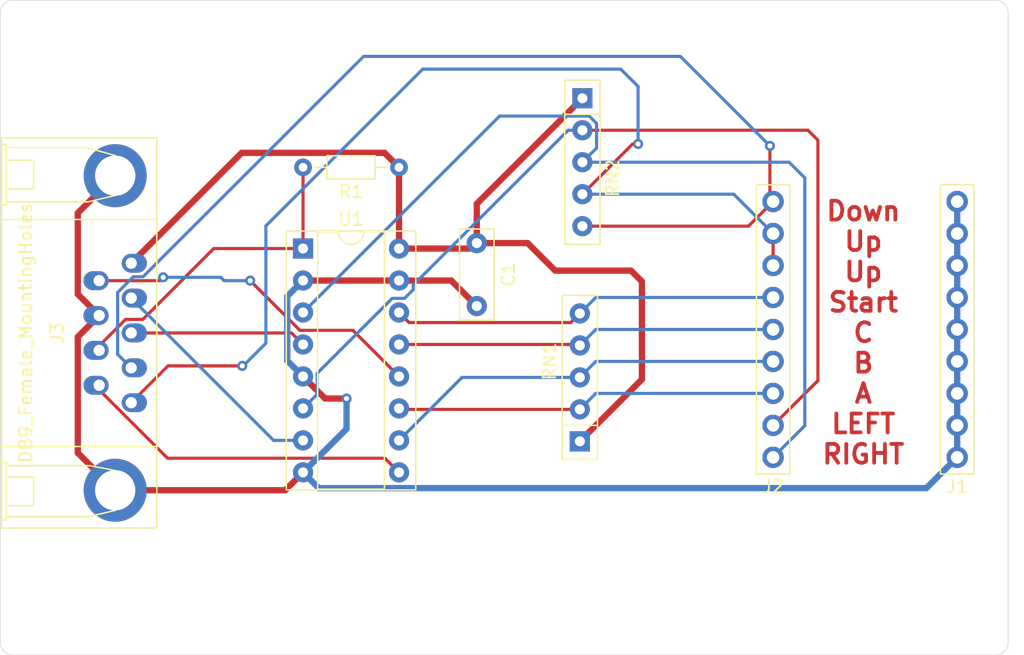
<source format=kicad_pcb>
(kicad_pcb (version 20171130) (host pcbnew 5.1.9-73d0e3b20d~88~ubuntu20.10.1)

  (general
    (thickness 1.6)
    (drawings 10)
    (tracks 130)
    (zones 0)
    (modules 12)
    (nets 16)
  )

  (page A4)
  (title_block
    (title "Megadrive Arcade Stick PCB")
    (date 2021-04-20)
    (rev v0.1)
    (company Ozzyboshi)
    (comment 2 creativecommons.org/licenses/by/4.0/)
    (comment 3 "License: CC BY 4.0")
    (comment 4 "Author: Alessio Garzi")
  )

  (layers
    (0 F.Cu signal)
    (31 B.Cu signal)
    (32 B.Adhes user)
    (33 F.Adhes user)
    (34 B.Paste user)
    (35 F.Paste user)
    (36 B.SilkS user)
    (37 F.SilkS user)
    (38 B.Mask user)
    (39 F.Mask user)
    (40 Dwgs.User user)
    (41 Cmts.User user)
    (42 Eco1.User user)
    (43 Eco2.User user)
    (44 Edge.Cuts user)
    (45 Margin user)
    (46 B.CrtYd user)
    (47 F.CrtYd user)
    (48 B.Fab user)
    (49 F.Fab user)
  )

  (setup
    (last_trace_width 0.25)
    (user_trace_width 0.25)
    (user_trace_width 0.5)
    (trace_clearance 0.2)
    (zone_clearance 0.508)
    (zone_45_only no)
    (trace_min 0.1524)
    (via_size 0.8)
    (via_drill 0.4)
    (via_min_size 0.4)
    (via_min_drill 0.3)
    (uvia_size 0.3)
    (uvia_drill 0.1)
    (uvias_allowed no)
    (uvia_min_size 0.2)
    (uvia_min_drill 0.1)
    (edge_width 0.05)
    (segment_width 0.2)
    (pcb_text_width 0.3)
    (pcb_text_size 1.5 1.5)
    (mod_edge_width 0.12)
    (mod_text_size 1 1)
    (mod_text_width 0.15)
    (pad_size 1.524 1.524)
    (pad_drill 0.762)
    (pad_to_mask_clearance 0)
    (aux_axis_origin 0 0)
    (visible_elements FFFFFF7F)
    (pcbplotparams
      (layerselection 0x010fc_ffffffff)
      (usegerberextensions false)
      (usegerberattributes true)
      (usegerberadvancedattributes true)
      (creategerberjobfile true)
      (excludeedgelayer true)
      (linewidth 0.100000)
      (plotframeref false)
      (viasonmask false)
      (mode 1)
      (useauxorigin false)
      (hpglpennumber 1)
      (hpglpenspeed 20)
      (hpglpendiameter 15.000000)
      (psnegative false)
      (psa4output false)
      (plotreference true)
      (plotvalue true)
      (plotinvisibletext false)
      (padsonsilk false)
      (subtractmaskfromsilk false)
      (outputformat 1)
      (mirror false)
      (drillshape 1)
      (scaleselection 1)
      (outputdirectory ""))
  )

  (net 0 "")
  (net 1 GND)
  (net 2 5V)
  (net 3 DOWN)
  (net 4 UP)
  (net 5 START)
  (net 6 C)
  (net 7 B)
  (net 8 A)
  (net 9 RIGHT)
  (net 10 LEFT)
  (net 11 LEFT_OUT)
  (net 12 RIGHT_OUT)
  (net 13 CSTART_OUT)
  (net 14 "Net-(J3-Pad7)")
  (net 15 AB_OUT)

  (net_class Default "This is the default net class."
    (clearance 0.2)
    (trace_width 0.25)
    (via_dia 0.8)
    (via_drill 0.4)
    (uvia_dia 0.3)
    (uvia_drill 0.1)
    (add_net 5V)
    (add_net A)
    (add_net AB_OUT)
    (add_net B)
    (add_net C)
    (add_net CSTART_OUT)
    (add_net DOWN)
    (add_net GND)
    (add_net LEFT)
    (add_net LEFT_OUT)
    (add_net "Net-(J3-Pad7)")
    (add_net RIGHT)
    (add_net RIGHT_OUT)
    (add_net START)
    (add_net UP)
  )

  (module MountingHole:MountingHole_4.3mm_M4 (layer F.Cu) (tedit 56D1B4CB) (tstamp 60806781)
    (at 105 69)
    (descr "Mounting Hole 4.3mm, no annular, M4")
    (tags "mounting hole 4.3mm no annular m4")
    (attr virtual)
    (fp_text reference REF** (at 0 -5.3) (layer F.SilkS) hide
      (effects (font (size 1 1) (thickness 0.15)))
    )
    (fp_text value MountingHole_4.3mm_M4 (at 0 5.3) (layer F.Fab) hide
      (effects (font (size 1 1) (thickness 0.15)))
    )
    (fp_circle (center 0 0) (end 4.55 0) (layer F.CrtYd) (width 0.05))
    (fp_circle (center 0 0) (end 4.3 0) (layer Cmts.User) (width 0.15))
    (fp_text user %R (at 0.3 0) (layer F.Fab)
      (effects (font (size 1 1) (thickness 0.15)))
    )
    (pad 1 np_thru_hole circle (at 0 0) (size 4.3 4.3) (drill 4.3) (layers *.Cu *.Mask))
  )

  (module MountingHole:MountingHole_4.3mm_M4 (layer F.Cu) (tedit 56D1B4CB) (tstamp 60806764)
    (at 175 69)
    (descr "Mounting Hole 4.3mm, no annular, M4")
    (tags "mounting hole 4.3mm no annular m4")
    (attr virtual)
    (fp_text reference REF** (at 0 -5.3) (layer F.SilkS) hide
      (effects (font (size 1 1) (thickness 0.15)))
    )
    (fp_text value MountingHole_4.3mm_M4 (at 0 5.3) (layer F.Fab) hide
      (effects (font (size 1 1) (thickness 0.15)))
    )
    (fp_circle (center 0 0) (end 4.55 0) (layer F.CrtYd) (width 0.05))
    (fp_circle (center 0 0) (end 4.3 0) (layer Cmts.User) (width 0.15))
    (fp_text user %R (at 0.3 0) (layer F.Fab)
      (effects (font (size 1 1) (thickness 0.15)))
    )
    (pad 1 np_thru_hole circle (at 0 0) (size 4.3 4.3) (drill 4.3) (layers *.Cu *.Mask))
  )

  (module MountingHole:MountingHole_4.3mm_M4 (layer F.Cu) (tedit 56D1B4CB) (tstamp 608065D9)
    (at 105 111)
    (descr "Mounting Hole 4.3mm, no annular, M4")
    (tags "mounting hole 4.3mm no annular m4")
    (attr virtual)
    (fp_text reference REF** (at 0 -5.3) (layer F.SilkS) hide
      (effects (font (size 1 1) (thickness 0.15)))
    )
    (fp_text value MountingHole_4.3mm_M4 (at 0 5.3) (layer F.Fab) hide
      (effects (font (size 1 1) (thickness 0.15)))
    )
    (fp_circle (center 0 0) (end 4.55 0) (layer F.CrtYd) (width 0.05))
    (fp_circle (center 0 0) (end 4.3 0) (layer Cmts.User) (width 0.15))
    (fp_text user %R (at 0.3 0) (layer F.Fab)
      (effects (font (size 1 1) (thickness 0.15)))
    )
    (pad 1 np_thru_hole circle (at 0 0) (size 4.3 4.3) (drill 4.3) (layers *.Cu *.Mask))
  )

  (module MountingHole:MountingHole_4.3mm_M4 (layer F.Cu) (tedit 56D1B4CB) (tstamp 60806570)
    (at 175 111)
    (descr "Mounting Hole 4.3mm, no annular, M4")
    (tags "mounting hole 4.3mm no annular m4")
    (attr virtual)
    (fp_text reference REF** (at 0 -5.3) (layer F.SilkS) hide
      (effects (font (size 1 1) (thickness 0.15)))
    )
    (fp_text value MountingHole_4.3mm_M4 (at 0 5.3) (layer F.Fab) hide
      (effects (font (size 1 1) (thickness 0.15)))
    )
    (fp_circle (center 0 0) (end 4.55 0) (layer F.CrtYd) (width 0.05))
    (fp_circle (center 0 0) (end 4.3 0) (layer Cmts.User) (width 0.15))
    (fp_text user %R (at 0.3 0) (layer F.Fab)
      (effects (font (size 1 1) (thickness 0.15)))
    )
    (pad 1 np_thru_hole circle (at 0 0) (size 4.3 4.3) (drill 4.3) (layers *.Cu *.Mask))
  )

  (module Package_DIP:DIP-16_W7.62mm_Socket (layer F.Cu) (tedit 5A02E8C5) (tstamp 607E5944)
    (at 124.0282 83.7184)
    (descr "16-lead though-hole mounted DIP package, row spacing 7.62 mm (300 mils), Socket")
    (tags "THT DIP DIL PDIP 2.54mm 7.62mm 300mil Socket")
    (path /607DA4EE)
    (fp_text reference U1 (at 3.81 -2.33) (layer F.SilkS)
      (effects (font (size 1 1) (thickness 0.15)))
    )
    (fp_text value 74LS157 (at 3.81 20.11) (layer F.Fab)
      (effects (font (size 1 1) (thickness 0.15)))
    )
    (fp_line (start 9.15 -1.6) (end -1.55 -1.6) (layer F.CrtYd) (width 0.05))
    (fp_line (start 9.15 19.4) (end 9.15 -1.6) (layer F.CrtYd) (width 0.05))
    (fp_line (start -1.55 19.4) (end 9.15 19.4) (layer F.CrtYd) (width 0.05))
    (fp_line (start -1.55 -1.6) (end -1.55 19.4) (layer F.CrtYd) (width 0.05))
    (fp_line (start 8.95 -1.39) (end -1.33 -1.39) (layer F.SilkS) (width 0.12))
    (fp_line (start 8.95 19.17) (end 8.95 -1.39) (layer F.SilkS) (width 0.12))
    (fp_line (start -1.33 19.17) (end 8.95 19.17) (layer F.SilkS) (width 0.12))
    (fp_line (start -1.33 -1.39) (end -1.33 19.17) (layer F.SilkS) (width 0.12))
    (fp_line (start 6.46 -1.33) (end 4.81 -1.33) (layer F.SilkS) (width 0.12))
    (fp_line (start 6.46 19.11) (end 6.46 -1.33) (layer F.SilkS) (width 0.12))
    (fp_line (start 1.16 19.11) (end 6.46 19.11) (layer F.SilkS) (width 0.12))
    (fp_line (start 1.16 -1.33) (end 1.16 19.11) (layer F.SilkS) (width 0.12))
    (fp_line (start 2.81 -1.33) (end 1.16 -1.33) (layer F.SilkS) (width 0.12))
    (fp_line (start 8.89 -1.33) (end -1.27 -1.33) (layer F.Fab) (width 0.1))
    (fp_line (start 8.89 19.11) (end 8.89 -1.33) (layer F.Fab) (width 0.1))
    (fp_line (start -1.27 19.11) (end 8.89 19.11) (layer F.Fab) (width 0.1))
    (fp_line (start -1.27 -1.33) (end -1.27 19.11) (layer F.Fab) (width 0.1))
    (fp_line (start 0.635 -0.27) (end 1.635 -1.27) (layer F.Fab) (width 0.1))
    (fp_line (start 0.635 19.05) (end 0.635 -0.27) (layer F.Fab) (width 0.1))
    (fp_line (start 6.985 19.05) (end 0.635 19.05) (layer F.Fab) (width 0.1))
    (fp_line (start 6.985 -1.27) (end 6.985 19.05) (layer F.Fab) (width 0.1))
    (fp_line (start 1.635 -1.27) (end 6.985 -1.27) (layer F.Fab) (width 0.1))
    (fp_arc (start 3.81 -1.33) (end 2.81 -1.33) (angle -180) (layer F.SilkS) (width 0.12))
    (fp_text user %R (at 3.81 8.89) (layer F.Fab)
      (effects (font (size 1 1) (thickness 0.15)))
    )
    (pad 1 thru_hole rect (at 0 0) (size 1.6 1.6) (drill 0.8) (layers *.Cu *.Mask)
      (net 14 "Net-(J3-Pad7)"))
    (pad 9 thru_hole oval (at 7.62 17.78) (size 1.6 1.6) (drill 0.8) (layers *.Cu *.Mask)
      (net 15 AB_OUT))
    (pad 2 thru_hole oval (at 0 2.54) (size 1.6 1.6) (drill 0.8) (layers *.Cu *.Mask)
      (net 1 GND))
    (pad 10 thru_hole oval (at 7.62 15.24) (size 1.6 1.6) (drill 0.8) (layers *.Cu *.Mask)
      (net 7 B))
    (pad 3 thru_hole oval (at 0 5.08) (size 1.6 1.6) (drill 0.8) (layers *.Cu *.Mask)
      (net 10 LEFT))
    (pad 11 thru_hole oval (at 7.62 12.7) (size 1.6 1.6) (drill 0.8) (layers *.Cu *.Mask)
      (net 8 A))
    (pad 4 thru_hole oval (at 0 7.62) (size 1.6 1.6) (drill 0.8) (layers *.Cu *.Mask)
      (net 11 LEFT_OUT))
    (pad 12 thru_hole oval (at 7.62 10.16) (size 1.6 1.6) (drill 0.8) (layers *.Cu *.Mask)
      (net 13 CSTART_OUT))
    (pad 5 thru_hole oval (at 0 10.16) (size 1.6 1.6) (drill 0.8) (layers *.Cu *.Mask)
      (net 1 GND))
    (pad 13 thru_hole oval (at 7.62 7.62) (size 1.6 1.6) (drill 0.8) (layers *.Cu *.Mask)
      (net 6 C))
    (pad 6 thru_hole oval (at 0 12.7) (size 1.6 1.6) (drill 0.8) (layers *.Cu *.Mask)
      (net 9 RIGHT))
    (pad 14 thru_hole oval (at 7.62 5.08) (size 1.6 1.6) (drill 0.8) (layers *.Cu *.Mask)
      (net 5 START))
    (pad 7 thru_hole oval (at 0 15.24) (size 1.6 1.6) (drill 0.8) (layers *.Cu *.Mask)
      (net 12 RIGHT_OUT))
    (pad 15 thru_hole oval (at 7.62 2.54) (size 1.6 1.6) (drill 0.8) (layers *.Cu *.Mask)
      (net 1 GND))
    (pad 8 thru_hole oval (at 0 17.78) (size 1.6 1.6) (drill 0.8) (layers *.Cu *.Mask)
      (net 1 GND))
    (pad 16 thru_hole oval (at 7.62 0) (size 1.6 1.6) (drill 0.8) (layers *.Cu *.Mask)
      (net 2 5V))
    (model ${KISYS3DMOD}/Package_DIP.3dshapes/DIP-16_W7.62mm_Socket.wrl
      (at (xyz 0 0 0))
      (scale (xyz 1 1 1))
      (rotate (xyz 0 0 0))
    )
  )

  (module Capacitor_THT:C_Disc_D7.0mm_W2.5mm_P5.00mm (layer F.Cu) (tedit 5AE50EF0) (tstamp 60805B56)
    (at 137.8204 83.2866 270)
    (descr "C, Disc series, Radial, pin pitch=5.00mm, , diameter*width=7*2.5mm^2, Capacitor, http://cdn-reichelt.de/documents/datenblatt/B300/DS_KERKO_TC.pdf")
    (tags "C Disc series Radial pin pitch 5.00mm  diameter 7mm width 2.5mm Capacitor")
    (path /607E3FAA)
    (fp_text reference C1 (at 2.5 -2.5 90) (layer F.SilkS)
      (effects (font (size 1 1) (thickness 0.15)))
    )
    (fp_text value 100nF (at 2.5 2.5 90) (layer F.Fab)
      (effects (font (size 1 1) (thickness 0.15)))
    )
    (fp_line (start -1 -1.25) (end -1 1.25) (layer F.Fab) (width 0.1))
    (fp_line (start -1 1.25) (end 6 1.25) (layer F.Fab) (width 0.1))
    (fp_line (start 6 1.25) (end 6 -1.25) (layer F.Fab) (width 0.1))
    (fp_line (start 6 -1.25) (end -1 -1.25) (layer F.Fab) (width 0.1))
    (fp_line (start -1.12 -1.37) (end 6.12 -1.37) (layer F.SilkS) (width 0.12))
    (fp_line (start -1.12 1.37) (end 6.12 1.37) (layer F.SilkS) (width 0.12))
    (fp_line (start -1.12 -1.37) (end -1.12 1.37) (layer F.SilkS) (width 0.12))
    (fp_line (start 6.12 -1.37) (end 6.12 1.37) (layer F.SilkS) (width 0.12))
    (fp_line (start -1.25 -1.5) (end -1.25 1.5) (layer F.CrtYd) (width 0.05))
    (fp_line (start -1.25 1.5) (end 6.25 1.5) (layer F.CrtYd) (width 0.05))
    (fp_line (start 6.25 1.5) (end 6.25 -1.5) (layer F.CrtYd) (width 0.05))
    (fp_line (start 6.25 -1.5) (end -1.25 -1.5) (layer F.CrtYd) (width 0.05))
    (fp_text user %R (at 2.5 0 90) (layer F.Fab)
      (effects (font (size 1 1) (thickness 0.15)))
    )
    (pad 1 thru_hole circle (at 0 0 270) (size 1.6 1.6) (drill 0.8) (layers *.Cu *.Mask)
      (net 2 5V))
    (pad 2 thru_hole circle (at 5 0 270) (size 1.6 1.6) (drill 0.8) (layers *.Cu *.Mask)
      (net 1 GND))
    (model ${KISYS3DMOD}/Capacitor_THT.3dshapes/C_Disc_D7.0mm_W2.5mm_P5.00mm.wrl
      (at (xyz 0 0 0))
      (scale (xyz 1 1 1))
      (rotate (xyz 0 0 0))
    )
  )

  (module footprints:PinHeader_1x09_ModSilkS (layer F.Cu) (tedit 5ED25416) (tstamp 608068DC)
    (at 175.9514 100.3046 180)
    (descr "Through hole straight pin header, 1x09, 2.54mm pitch, single row")
    (tags "Through hole pin header THT 1x09 2.54mm single row")
    (path /609C88BB)
    (fp_text reference J1 (at 0 -2.33) (layer F.SilkS)
      (effects (font (size 1 1) (thickness 0.15)))
    )
    (fp_text value "CTRL Grounds" (at 0 22.65) (layer F.Fab)
      (effects (font (size 1 1) (thickness 0.15)))
    )
    (fp_line (start 1.8 -1.8) (end -1.8 -1.8) (layer F.CrtYd) (width 0.05))
    (fp_line (start 1.8 22.1) (end 1.8 -1.8) (layer F.CrtYd) (width 0.05))
    (fp_line (start -1.8 22.1) (end 1.8 22.1) (layer F.CrtYd) (width 0.05))
    (fp_line (start -1.8 -1.8) (end -1.8 22.1) (layer F.CrtYd) (width 0.05))
    (fp_line (start -1.33 -1.33) (end 1.33 -1.33) (layer F.SilkS) (width 0.12))
    (fp_line (start 1.33 -1.33) (end 1.33 21.65) (layer F.SilkS) (width 0.12))
    (fp_line (start -1.33 -1.33) (end -1.33 21.65) (layer F.SilkS) (width 0.12))
    (fp_line (start -1.33 21.65) (end 1.33 21.65) (layer F.SilkS) (width 0.12))
    (fp_line (start -1.27 -0.635) (end -0.635 -1.27) (layer F.Fab) (width 0.1))
    (fp_line (start -1.27 21.59) (end -1.27 -0.635) (layer F.Fab) (width 0.1))
    (fp_line (start 1.27 21.59) (end -1.27 21.59) (layer F.Fab) (width 0.1))
    (fp_line (start 1.27 -1.27) (end 1.27 21.59) (layer F.Fab) (width 0.1))
    (fp_line (start -0.635 -1.27) (end 1.27 -1.27) (layer F.Fab) (width 0.1))
    (fp_text user %R (at 0 10.16 90) (layer F.Fab)
      (effects (font (size 1 1) (thickness 0.15)))
    )
    (pad 1 thru_hole circle (at 0 0 180) (size 1.7 1.7) (drill 1) (layers *.Cu *.Mask)
      (net 1 GND))
    (pad 2 thru_hole oval (at 0 2.54 180) (size 1.7 1.7) (drill 1) (layers *.Cu *.Mask)
      (net 1 GND))
    (pad 3 thru_hole oval (at 0 5.08 180) (size 1.7 1.7) (drill 1) (layers *.Cu *.Mask)
      (net 1 GND))
    (pad 4 thru_hole oval (at 0 7.62 180) (size 1.7 1.7) (drill 1) (layers *.Cu *.Mask)
      (net 1 GND))
    (pad 5 thru_hole oval (at 0 10.16 180) (size 1.7 1.7) (drill 1) (layers *.Cu *.Mask)
      (net 1 GND))
    (pad 6 thru_hole oval (at 0 12.7 180) (size 1.7 1.7) (drill 1) (layers *.Cu *.Mask)
      (net 1 GND))
    (pad 7 thru_hole oval (at 0 15.24 180) (size 1.7 1.7) (drill 1) (layers *.Cu *.Mask)
      (net 1 GND))
    (pad 8 thru_hole oval (at 0 17.78 180) (size 1.7 1.7) (drill 1) (layers *.Cu *.Mask)
      (net 1 GND))
    (pad 9 thru_hole oval (at 0 20.32 180) (size 1.7 1.7) (drill 1) (layers *.Cu *.Mask)
      (net 1 GND))
    (model ${KISYS3DMOD}/Connector_PinHeader_2.54mm.3dshapes/PinHeader_1x09_P2.54mm_Vertical.wrl
      (at (xyz 0 0 0))
      (scale (xyz 1 1 1))
      (rotate (xyz 0 0 0))
    )
  )

  (module footprints:PinHeader_1x09_ModSilkS (layer F.Cu) (tedit 5ED25416) (tstamp 60801C35)
    (at 161.3408 100.3046 180)
    (descr "Through hole straight pin header, 1x09, 2.54mm pitch, single row")
    (tags "Through hole pin header THT 1x09 2.54mm single row")
    (path /60A7FF07)
    (fp_text reference J2 (at 0 -2.33) (layer F.SilkS)
      (effects (font (size 1 1) (thickness 0.15)))
    )
    (fp_text value CTRL (at 0 22.65) (layer F.Fab)
      (effects (font (size 1 1) (thickness 0.15)))
    )
    (fp_line (start -0.635 -1.27) (end 1.27 -1.27) (layer F.Fab) (width 0.1))
    (fp_line (start 1.27 -1.27) (end 1.27 21.59) (layer F.Fab) (width 0.1))
    (fp_line (start 1.27 21.59) (end -1.27 21.59) (layer F.Fab) (width 0.1))
    (fp_line (start -1.27 21.59) (end -1.27 -0.635) (layer F.Fab) (width 0.1))
    (fp_line (start -1.27 -0.635) (end -0.635 -1.27) (layer F.Fab) (width 0.1))
    (fp_line (start -1.33 21.65) (end 1.33 21.65) (layer F.SilkS) (width 0.12))
    (fp_line (start -1.33 -1.33) (end -1.33 21.65) (layer F.SilkS) (width 0.12))
    (fp_line (start 1.33 -1.33) (end 1.33 21.65) (layer F.SilkS) (width 0.12))
    (fp_line (start -1.33 -1.33) (end 1.33 -1.33) (layer F.SilkS) (width 0.12))
    (fp_line (start -1.8 -1.8) (end -1.8 22.1) (layer F.CrtYd) (width 0.05))
    (fp_line (start -1.8 22.1) (end 1.8 22.1) (layer F.CrtYd) (width 0.05))
    (fp_line (start 1.8 22.1) (end 1.8 -1.8) (layer F.CrtYd) (width 0.05))
    (fp_line (start 1.8 -1.8) (end -1.8 -1.8) (layer F.CrtYd) (width 0.05))
    (fp_text user %R (at 0 10.16 90) (layer F.Fab)
      (effects (font (size 1 1) (thickness 0.15)))
    )
    (pad 9 thru_hole oval (at 0 20.32 180) (size 1.7 1.7) (drill 1) (layers *.Cu *.Mask)
      (net 3 DOWN))
    (pad 8 thru_hole oval (at 0 17.78 180) (size 1.7 1.7) (drill 1) (layers *.Cu *.Mask)
      (net 4 UP))
    (pad 7 thru_hole oval (at 0 15.24 180) (size 1.7 1.7) (drill 1) (layers *.Cu *.Mask)
      (net 4 UP))
    (pad 6 thru_hole oval (at 0 12.7 180) (size 1.7 1.7) (drill 1) (layers *.Cu *.Mask)
      (net 5 START))
    (pad 5 thru_hole oval (at 0 10.16 180) (size 1.7 1.7) (drill 1) (layers *.Cu *.Mask)
      (net 6 C))
    (pad 4 thru_hole oval (at 0 7.62 180) (size 1.7 1.7) (drill 1) (layers *.Cu *.Mask)
      (net 7 B))
    (pad 3 thru_hole oval (at 0 5.08 180) (size 1.7 1.7) (drill 1) (layers *.Cu *.Mask)
      (net 8 A))
    (pad 2 thru_hole oval (at 0 2.54 180) (size 1.7 1.7) (drill 1) (layers *.Cu *.Mask)
      (net 9 RIGHT))
    (pad 1 thru_hole circle (at 0 0 180) (size 1.7 1.7) (drill 1) (layers *.Cu *.Mask)
      (net 10 LEFT))
    (model ${KISYS3DMOD}/Connector_PinHeader_2.54mm.3dshapes/PinHeader_1x09_P2.54mm_Vertical.wrl
      (at (xyz 0 0 0))
      (scale (xyz 1 1 1))
      (rotate (xyz 0 0 0))
    )
  )

  (module Resistor_THT:R_Array_SIP5 (layer F.Cu) (tedit 5A14249F) (tstamp 60801C66)
    (at 145.9992 99.0346 90)
    (descr "5-pin Resistor SIP pack")
    (tags R)
    (path /6080DF36)
    (fp_text reference RN1 (at 6.35 -2.4 90) (layer F.SilkS)
      (effects (font (size 1 1) (thickness 0.15)))
    )
    (fp_text value 10K (at 6.35 2.4 90) (layer F.Fab)
      (effects (font (size 1 1) (thickness 0.15)))
    )
    (fp_line (start 11.9 -1.65) (end -1.7 -1.65) (layer F.CrtYd) (width 0.05))
    (fp_line (start 11.9 1.65) (end 11.9 -1.65) (layer F.CrtYd) (width 0.05))
    (fp_line (start -1.7 1.65) (end 11.9 1.65) (layer F.CrtYd) (width 0.05))
    (fp_line (start -1.7 -1.65) (end -1.7 1.65) (layer F.CrtYd) (width 0.05))
    (fp_line (start 1.27 -1.4) (end 1.27 1.4) (layer F.SilkS) (width 0.12))
    (fp_line (start 11.6 -1.4) (end -1.44 -1.4) (layer F.SilkS) (width 0.12))
    (fp_line (start 11.6 1.4) (end 11.6 -1.4) (layer F.SilkS) (width 0.12))
    (fp_line (start -1.44 1.4) (end 11.6 1.4) (layer F.SilkS) (width 0.12))
    (fp_line (start -1.44 -1.4) (end -1.44 1.4) (layer F.SilkS) (width 0.12))
    (fp_line (start 1.27 -1.25) (end 1.27 1.25) (layer F.Fab) (width 0.1))
    (fp_line (start 11.45 -1.25) (end -1.29 -1.25) (layer F.Fab) (width 0.1))
    (fp_line (start 11.45 1.25) (end 11.45 -1.25) (layer F.Fab) (width 0.1))
    (fp_line (start -1.29 1.25) (end 11.45 1.25) (layer F.Fab) (width 0.1))
    (fp_line (start -1.29 -1.25) (end -1.29 1.25) (layer F.Fab) (width 0.1))
    (fp_text user %R (at 5.08 0 90) (layer F.Fab)
      (effects (font (size 1 1) (thickness 0.15)))
    )
    (pad 1 thru_hole rect (at 0 0 90) (size 1.6 1.6) (drill 0.8) (layers *.Cu *.Mask)
      (net 2 5V))
    (pad 2 thru_hole oval (at 2.54 0 90) (size 1.6 1.6) (drill 0.8) (layers *.Cu *.Mask)
      (net 8 A))
    (pad 3 thru_hole oval (at 5.08 0 90) (size 1.6 1.6) (drill 0.8) (layers *.Cu *.Mask)
      (net 7 B))
    (pad 4 thru_hole oval (at 7.62 0 90) (size 1.6 1.6) (drill 0.8) (layers *.Cu *.Mask)
      (net 6 C))
    (pad 5 thru_hole oval (at 10.16 0 90) (size 1.6 1.6) (drill 0.8) (layers *.Cu *.Mask)
      (net 5 START))
    (model ${KISYS3DMOD}/Resistor_THT.3dshapes/R_Array_SIP5.wrl
      (at (xyz 0 0 0))
      (scale (xyz 1 1 1))
      (rotate (xyz 0 0 0))
    )
  )

  (module Resistor_THT:R_Array_SIP5 (layer F.Cu) (tedit 5A14249F) (tstamp 6080206F)
    (at 146.2024 71.7804 270)
    (descr "5-pin Resistor SIP pack")
    (tags R)
    (path /6080FDF4)
    (fp_text reference RN2 (at 6.35 -2.4 90) (layer F.SilkS)
      (effects (font (size 1 1) (thickness 0.15)))
    )
    (fp_text value 10K (at 6.35 2.4 90) (layer F.Fab)
      (effects (font (size 1 1) (thickness 0.15)))
    )
    (fp_line (start -1.29 -1.25) (end -1.29 1.25) (layer F.Fab) (width 0.1))
    (fp_line (start -1.29 1.25) (end 11.45 1.25) (layer F.Fab) (width 0.1))
    (fp_line (start 11.45 1.25) (end 11.45 -1.25) (layer F.Fab) (width 0.1))
    (fp_line (start 11.45 -1.25) (end -1.29 -1.25) (layer F.Fab) (width 0.1))
    (fp_line (start 1.27 -1.25) (end 1.27 1.25) (layer F.Fab) (width 0.1))
    (fp_line (start -1.44 -1.4) (end -1.44 1.4) (layer F.SilkS) (width 0.12))
    (fp_line (start -1.44 1.4) (end 11.6 1.4) (layer F.SilkS) (width 0.12))
    (fp_line (start 11.6 1.4) (end 11.6 -1.4) (layer F.SilkS) (width 0.12))
    (fp_line (start 11.6 -1.4) (end -1.44 -1.4) (layer F.SilkS) (width 0.12))
    (fp_line (start 1.27 -1.4) (end 1.27 1.4) (layer F.SilkS) (width 0.12))
    (fp_line (start -1.7 -1.65) (end -1.7 1.65) (layer F.CrtYd) (width 0.05))
    (fp_line (start -1.7 1.65) (end 11.9 1.65) (layer F.CrtYd) (width 0.05))
    (fp_line (start 11.9 1.65) (end 11.9 -1.65) (layer F.CrtYd) (width 0.05))
    (fp_line (start 11.9 -1.65) (end -1.7 -1.65) (layer F.CrtYd) (width 0.05))
    (fp_text user %R (at 5.08 0 90) (layer F.Fab)
      (effects (font (size 1 1) (thickness 0.15)))
    )
    (pad 5 thru_hole oval (at 10.16 0 270) (size 1.6 1.6) (drill 0.8) (layers *.Cu *.Mask)
      (net 3 DOWN))
    (pad 4 thru_hole oval (at 7.62 0 270) (size 1.6 1.6) (drill 0.8) (layers *.Cu *.Mask)
      (net 4 UP))
    (pad 3 thru_hole oval (at 5.08 0 270) (size 1.6 1.6) (drill 0.8) (layers *.Cu *.Mask)
      (net 10 LEFT))
    (pad 2 thru_hole oval (at 2.54 0 270) (size 1.6 1.6) (drill 0.8) (layers *.Cu *.Mask)
      (net 9 RIGHT))
    (pad 1 thru_hole rect (at 0 0 270) (size 1.6 1.6) (drill 0.8) (layers *.Cu *.Mask)
      (net 2 5V))
    (model ${KISYS3DMOD}/Resistor_THT.3dshapes/R_Array_SIP5.wrl
      (at (xyz 0 0 0))
      (scale (xyz 1 1 1))
      (rotate (xyz 0 0 0))
    )
  )

  (module footprints:DB_9F (layer F.Cu) (tedit 5FEB9370) (tstamp 60805A28)
    (at 102.0064 90.424 270)
    (descr "D-SUB 9 pin socket, Tyco P/N 4-1634584-2")
    (path /60805DF9)
    (fp_text reference J3 (at 0 -2.5 90) (layer F.SilkS)
      (effects (font (size 1 1) (thickness 0.15)))
    )
    (fp_text value DB9_Female_MountingHoles (at 0 0 90) (layer F.SilkS)
      (effects (font (size 1 1) (thickness 0.15)))
    )
    (fp_line (start 10.541 1.524) (end 10.541 -5.08) (layer F.SilkS) (width 0.12))
    (fp_line (start 10.541 -5.08) (end 10.922 -7.112) (layer F.SilkS) (width 0.12))
    (fp_line (start 10.922 -7.112) (end 14.097 -7.112) (layer F.SilkS) (width 0.12))
    (fp_line (start 14.097 -7.112) (end 14.605 -4.953) (layer F.SilkS) (width 0.12))
    (fp_line (start 14.605 -4.953) (end 14.605 1.524) (layer F.SilkS) (width 0.12))
    (fp_line (start -10.922 -7.112) (end -10.414 -4.953) (layer F.SilkS) (width 0.12))
    (fp_line (start -10.414 -4.953) (end -10.414 1.524) (layer F.SilkS) (width 0.12))
    (fp_line (start -14.732 1.524) (end -14.732 -4.826) (layer F.SilkS) (width 0.12))
    (fp_line (start -14.732 -4.826) (end -14.097 -7.112) (layer F.SilkS) (width 0.12))
    (fp_line (start -14.097 -7.112) (end -10.922 -7.112) (layer F.SilkS) (width 0.12))
    (fp_line (start 14.859 1.524) (end 10.287 1.524) (layer F.SilkS) (width 0.12))
    (fp_line (start 10.287 1.524) (end 10.287 1.9) (layer F.SilkS) (width 0.12))
    (fp_line (start 14.859 1.9) (end 14.859 1.524) (layer F.SilkS) (width 0.12))
    (fp_line (start -10.16 1.524) (end -14.986 1.524) (layer F.SilkS) (width 0.12))
    (fp_line (start -14.986 1.524) (end -14.986 1.9) (layer F.SilkS) (width 0.12))
    (fp_line (start -10.16 1.9) (end -10.16 1.524) (layer F.SilkS) (width 0.12))
    (fp_line (start 11.43 1.5) (end 11.43 -0.635) (layer F.SilkS) (width 0.12))
    (fp_line (start 11.43 -0.635) (end 13.716 -0.635) (layer F.SilkS) (width 0.12))
    (fp_line (start 13.716 -0.635) (end 13.716 1.5) (layer F.SilkS) (width 0.12))
    (fp_line (start -13.716 1.5) (end -13.716 -0.635) (layer F.SilkS) (width 0.12))
    (fp_line (start -13.716 -0.635) (end -11.43 -0.635) (layer F.SilkS) (width 0.12))
    (fp_line (start -11.43 -0.635) (end -11.43 1.5) (layer F.SilkS) (width 0.12))
    (fp_line (start 9.017 1.905) (end 9.017 -10.414) (layer F.SilkS) (width 0.12))
    (fp_line (start -9.017 1.905) (end -9.017 -10.414) (layer F.SilkS) (width 0.12))
    (fp_line (start -15.494 1.905) (end 15.494 1.905) (layer F.SilkS) (width 0.12))
    (fp_line (start 15.494 1.905) (end 15.494 -10.414) (layer F.SilkS) (width 0.12))
    (fp_line (start 15.494 -10.414) (end -15.494 -10.414) (layer F.SilkS) (width 0.12))
    (fp_line (start -15.494 -10.414) (end -15.494 1.905) (layer F.SilkS) (width 0.12))
    (pad 0 thru_hole circle (at 12.49426 -7.112 270) (size 5.00126 5.00126) (drill 3.2004) (layers *.Cu *.Mask)
      (net 1 GND))
    (pad 3 thru_hole oval (at 0 -8.382 270) (size 1.50114 1.99898) (drill 0.89916 (offset 0 -0.24892)) (layers *.Cu *.Mask)
      (net 11 LEFT_OUT))
    (pad 2 thru_hole oval (at 2.77114 -8.382 270) (size 1.50114 1.99898) (drill 0.89916 (offset 0 -0.24892)) (layers *.Cu *.Mask)
      (net 3 DOWN))
    (pad 1 thru_hole oval (at 5.53974 -8.382 270) (size 1.50114 1.99898) (drill 0.89916 (offset 0 -0.24892)) (layers *.Cu *.Mask)
      (net 4 UP))
    (pad 4 thru_hole oval (at -2.77114 -8.382 270) (size 1.50114 1.99898) (drill 0.89916 (offset 0 -0.24892)) (layers *.Cu *.Mask)
      (net 12 RIGHT_OUT))
    (pad 5 thru_hole oval (at -5.53974 -8.382 270) (size 1.50114 1.99898) (drill 0.89916 (offset 0 -0.24892)) (layers *.Cu *.Mask)
      (net 2 5V))
    (pad 9 thru_hole oval (at -4.15544 -5.842 270) (size 1.50114 1.99898) (drill 0.89916 (offset 0 0.24892)) (layers *.Cu *.Mask)
      (net 13 CSTART_OUT))
    (pad 8 thru_hole oval (at -1.3843 -5.842 270) (size 1.50114 1.99898) (drill 0.89916 (offset 0 0.24892)) (layers *.Cu *.Mask)
      (net 1 GND))
    (pad 7 thru_hole oval (at 1.3843 -5.842 270) (size 1.50114 1.99898) (drill 0.89916 (offset 0 0.24892)) (layers *.Cu *.Mask)
      (net 14 "Net-(J3-Pad7)"))
    (pad 6 thru_hole oval (at 4.15544 -5.842 270) (size 1.50114 1.99898) (drill 0.89916 (offset 0 0.24892)) (layers *.Cu *.Mask)
      (net 15 AB_OUT))
    (pad 0 thru_hole circle (at -12.49426 -7.112 270) (size 5.00126 5.00126) (drill 3.2004) (layers *.Cu *.Mask)
      (net 1 GND))
    (model ${P3D_WALTER}/conn_d-sub/db_9f.wrl
      (at (xyz 0 0 0))
      (scale (xyz 1 1 1))
      (rotate (xyz 0 0 0))
    )
  )

  (module Resistor_THT:R_Axial_DIN0204_L3.6mm_D1.6mm_P7.62mm_Horizontal (layer F.Cu) (tedit 5AE5139B) (tstamp 60805BFF)
    (at 131.6482 77.2668 180)
    (descr "Resistor, Axial_DIN0204 series, Axial, Horizontal, pin pitch=7.62mm, 0.167W, length*diameter=3.6*1.6mm^2, http://cdn-reichelt.de/documents/datenblatt/B400/1_4W%23YAG.pdf")
    (tags "Resistor Axial_DIN0204 series Axial Horizontal pin pitch 7.62mm 0.167W length 3.6mm diameter 1.6mm")
    (path /607D8CF8)
    (fp_text reference R1 (at 3.81 -1.92) (layer F.SilkS)
      (effects (font (size 1 1) (thickness 0.15)))
    )
    (fp_text value 10K (at 3.81 1.92) (layer F.Fab)
      (effects (font (size 1 1) (thickness 0.15)))
    )
    (fp_line (start 2.01 -0.8) (end 2.01 0.8) (layer F.Fab) (width 0.1))
    (fp_line (start 2.01 0.8) (end 5.61 0.8) (layer F.Fab) (width 0.1))
    (fp_line (start 5.61 0.8) (end 5.61 -0.8) (layer F.Fab) (width 0.1))
    (fp_line (start 5.61 -0.8) (end 2.01 -0.8) (layer F.Fab) (width 0.1))
    (fp_line (start 0 0) (end 2.01 0) (layer F.Fab) (width 0.1))
    (fp_line (start 7.62 0) (end 5.61 0) (layer F.Fab) (width 0.1))
    (fp_line (start 1.89 -0.92) (end 1.89 0.92) (layer F.SilkS) (width 0.12))
    (fp_line (start 1.89 0.92) (end 5.73 0.92) (layer F.SilkS) (width 0.12))
    (fp_line (start 5.73 0.92) (end 5.73 -0.92) (layer F.SilkS) (width 0.12))
    (fp_line (start 5.73 -0.92) (end 1.89 -0.92) (layer F.SilkS) (width 0.12))
    (fp_line (start 0.94 0) (end 1.89 0) (layer F.SilkS) (width 0.12))
    (fp_line (start 6.68 0) (end 5.73 0) (layer F.SilkS) (width 0.12))
    (fp_line (start -0.95 -1.05) (end -0.95 1.05) (layer F.CrtYd) (width 0.05))
    (fp_line (start -0.95 1.05) (end 8.57 1.05) (layer F.CrtYd) (width 0.05))
    (fp_line (start 8.57 1.05) (end 8.57 -1.05) (layer F.CrtYd) (width 0.05))
    (fp_line (start 8.57 -1.05) (end -0.95 -1.05) (layer F.CrtYd) (width 0.05))
    (fp_text user %R (at 3.81 0) (layer F.Fab)
      (effects (font (size 0.72 0.72) (thickness 0.108)))
    )
    (pad 1 thru_hole circle (at 0 0 180) (size 1.4 1.4) (drill 0.7) (layers *.Cu *.Mask)
      (net 2 5V))
    (pad 2 thru_hole oval (at 7.62 0 180) (size 1.4 1.4) (drill 0.7) (layers *.Cu *.Mask)
      (net 14 "Net-(J3-Pad7)"))
    (model ${KISYS3DMOD}/Resistor_THT.3dshapes/R_Axial_DIN0204_L3.6mm_D1.6mm_P7.62mm_Horizontal.wrl
      (at (xyz 0 0 0))
      (scale (xyz 1 1 1))
      (rotate (xyz 0 0 0))
    )
  )

  (gr_text https://github.com/Ozzyboshi/Megadrivestick (at 139.7762 110.5408) (layer Dwgs.User)
    (effects (font (size 1 1) (thickness 0.15)))
  )
  (gr_line (start 180 115) (end 180 65) (layer Edge.Cuts) (width 0.05))
  (gr_arc (start 179 115) (end 179 116) (angle -90) (layer Edge.Cuts) (width 0.05) (tstamp 608086B9))
  (gr_arc (start 179 65) (end 180 65) (angle -90) (layer Edge.Cuts) (width 0.05) (tstamp 60808562))
  (gr_arc (start 101 65) (end 101 64) (angle -90) (layer Edge.Cuts) (width 0.05) (tstamp 6080851E))
  (gr_arc (start 101 115) (end 100 115) (angle -90) (layer Edge.Cuts) (width 0.05))
  (gr_text "Down\nUp\nUp\nStart\nC\nB\nA\nLEFT\nRIGHT\n" (at 168.5036 90.3986) (layer F.Cu)
    (effects (font (size 1.5 1.5) (thickness 0.3)))
  )
  (gr_line (start 101 64) (end 179 64) (layer Edge.Cuts) (width 0.05))
  (gr_line (start 101 116) (end 179 116) (layer Edge.Cuts) (width 0.05))
  (gr_line (start 100 65) (end 100 115) (layer Edge.Cuts) (width 0.05))

  (segment (start 131.445 86.2584) (end 131.6482 86.2584) (width 0.25) (layer B.Cu) (net 1))
  (segment (start 124.0282 93.6752) (end 124.0282 93.8784) (width 0.25) (layer B.Cu) (net 1))
  (segment (start 106.14998 80.89816) (end 109.1184 77.92974) (width 0.5) (layer F.Cu) (net 1))
  (segment (start 106.14998 87.34128) (end 106.14998 80.89816) (width 0.5) (layer F.Cu) (net 1))
  (segment (start 107.8484 89.0397) (end 106.14998 87.34128) (width 0.5) (layer F.Cu) (net 1))
  (segment (start 106.14998 99.94984) (end 109.1184 102.91826) (width 0.5) (layer F.Cu) (net 1))
  (segment (start 106.14998 90.73812) (end 106.14998 99.94984) (width 0.5) (layer F.Cu) (net 1))
  (segment (start 107.8484 89.0397) (end 106.14998 90.73812) (width 0.5) (layer F.Cu) (net 1))
  (segment (start 122.60834 102.91826) (end 124.0282 101.4984) (width 0.5) (layer F.Cu) (net 1))
  (segment (start 109.1184 102.91826) (end 122.60834 102.91826) (width 0.5) (layer F.Cu) (net 1))
  (via (at 127.4826 95.631) (size 0.8) (drill 0.4) (layers F.Cu B.Cu) (net 1))
  (segment (start 127.4826 98.044) (end 127.4826 95.631) (width 0.5) (layer B.Cu) (net 1))
  (segment (start 124.0282 101.4984) (end 127.4826 98.044) (width 0.5) (layer B.Cu) (net 1))
  (segment (start 125.7808 95.631) (end 124.0282 93.8784) (width 0.5) (layer F.Cu) (net 1))
  (segment (start 127.4826 95.631) (end 125.7808 95.631) (width 0.5) (layer F.Cu) (net 1))
  (segment (start 122.778199 87.508401) (end 124.0282 86.2584) (width 0.5) (layer B.Cu) (net 1))
  (segment (start 122.778199 92.628399) (end 122.778199 87.508401) (width 0.5) (layer B.Cu) (net 1))
  (segment (start 124.0282 93.8784) (end 122.778199 92.628399) (width 0.5) (layer B.Cu) (net 1))
  (segment (start 124.0282 86.2584) (end 131.6482 86.2584) (width 0.5) (layer F.Cu) (net 1))
  (segment (start 135.7922 86.2584) (end 137.8204 88.2866) (width 0.5) (layer F.Cu) (net 1))
  (segment (start 131.6482 86.2584) (end 135.7922 86.2584) (width 0.5) (layer F.Cu) (net 1))
  (segment (start 173.507599 102.748401) (end 175.9514 100.3046) (width 0.5) (layer B.Cu) (net 1))
  (segment (start 125.278201 102.748401) (end 173.507599 102.748401) (width 0.5) (layer B.Cu) (net 1))
  (segment (start 124.0282 101.4984) (end 125.278201 102.748401) (width 0.5) (layer B.Cu) (net 1))
  (segment (start 175.9514 100.3046) (end 175.9514 79.9846) (width 0.5) (layer B.Cu) (net 1))
  (segment (start 110.3884 84.88426) (end 110.72114 84.88426) (width 0.5) (layer F.Cu) (net 2))
  (segment (start 131.6482 77.2668) (end 131.6482 83.7184) (width 0.5) (layer F.Cu) (net 2))
  (segment (start 137.3886 83.7184) (end 137.8204 83.2866) (width 0.5) (layer F.Cu) (net 2))
  (segment (start 131.6482 83.7184) (end 137.3886 83.7184) (width 0.5) (layer F.Cu) (net 2))
  (segment (start 137.8204 80.1624) (end 146.2024 71.7804) (width 0.5) (layer F.Cu) (net 2))
  (segment (start 137.8204 83.2866) (end 137.8204 80.1624) (width 0.5) (layer F.Cu) (net 2))
  (segment (start 137.8204 83.2866) (end 141.859 83.2866) (width 0.5) (layer F.Cu) (net 2))
  (segment (start 141.859 83.2866) (end 144.0434 85.471) (width 0.5) (layer F.Cu) (net 2))
  (segment (start 144.0434 85.471) (end 150.0632 85.471) (width 0.5) (layer F.Cu) (net 2))
  (segment (start 150.0632 85.471) (end 150.9268 86.3346) (width 0.5) (layer F.Cu) (net 2))
  (segment (start 130.498199 76.116799) (end 131.6482 77.2668) (width 0.5) (layer F.Cu) (net 2))
  (segment (start 119.155861 76.116799) (end 130.498199 76.116799) (width 0.5) (layer F.Cu) (net 2))
  (segment (start 110.3884 84.88426) (end 119.155861 76.116799) (width 0.5) (layer F.Cu) (net 2))
  (segment (start 150.9268 94.107) (end 145.9992 99.0346) (width 0.5) (layer F.Cu) (net 2))
  (segment (start 150.9268 86.3346) (end 150.9268 94.107) (width 0.5) (layer F.Cu) (net 2))
  (segment (start 159.385 81.9404) (end 161.3408 79.9846) (width 0.25) (layer F.Cu) (net 3))
  (segment (start 146.2024 81.9404) (end 159.385 81.9404) (width 0.25) (layer F.Cu) (net 3))
  (segment (start 110.560321 85.95984) (end 111.331759 85.95984) (width 0.25) (layer B.Cu) (net 3))
  (segment (start 109.31282 87.207341) (end 110.560321 85.95984) (width 0.25) (layer B.Cu) (net 3))
  (segment (start 109.31282 92.11956) (end 109.31282 87.207341) (width 0.25) (layer B.Cu) (net 3))
  (segment (start 111.331759 85.95984) (end 128.838599 68.453) (width 0.25) (layer B.Cu) (net 3))
  (segment (start 110.3884 93.19514) (end 109.31282 92.11956) (width 0.25) (layer B.Cu) (net 3))
  (segment (start 128.838599 68.453) (end 153.9748 68.453) (width 0.25) (layer B.Cu) (net 3))
  (via (at 161.0868 75.565) (size 0.8) (drill 0.4) (layers F.Cu B.Cu) (net 3))
  (segment (start 153.9748 68.453) (end 161.0868 75.565) (width 0.25) (layer B.Cu) (net 3))
  (segment (start 161.0868 79.7306) (end 161.3408 79.9846) (width 0.25) (layer F.Cu) (net 3))
  (segment (start 161.0868 75.565) (end 161.0868 79.7306) (width 0.25) (layer F.Cu) (net 3))
  (segment (start 161.3408 85.0646) (end 161.3408 82.5246) (width 0.25) (layer F.Cu) (net 4))
  (segment (start 158.2166 79.4004) (end 161.3408 82.5246) (width 0.25) (layer B.Cu) (net 4))
  (segment (start 146.2024 79.4004) (end 158.2166 79.4004) (width 0.25) (layer B.Cu) (net 4))
  (via (at 150.622 75.4126) (size 0.8) (drill 0.4) (layers F.Cu B.Cu) (net 4))
  (segment (start 150.1902 75.4126) (end 150.622 75.4126) (width 0.25) (layer F.Cu) (net 4))
  (segment (start 146.2024 79.4004) (end 150.1902 75.4126) (width 0.25) (layer F.Cu) (net 4))
  (segment (start 150.622 75.4126) (end 150.622 70.8406) (width 0.25) (layer B.Cu) (net 4))
  (segment (start 150.622 70.8406) (end 149.2504 69.469) (width 0.25) (layer B.Cu) (net 4))
  (segment (start 149.2504 69.469) (end 133.5278 69.469) (width 0.25) (layer B.Cu) (net 4))
  (segment (start 133.5278 69.469) (end 121.0818 81.915) (width 0.25) (layer B.Cu) (net 4))
  (segment (start 121.0818 81.915) (end 121.0818 91.2368) (width 0.25) (layer B.Cu) (net 4))
  (via (at 119.2022 93.0402) (size 0.8) (drill 0.4) (layers F.Cu B.Cu) (net 4))
  (segment (start 119.2784 93.0402) (end 119.2022 93.0402) (width 0.25) (layer B.Cu) (net 4))
  (segment (start 121.0818 91.2368) (end 119.2784 93.0402) (width 0.25) (layer B.Cu) (net 4))
  (segment (start 113.31194 93.0402) (end 110.3884 95.96374) (width 0.25) (layer F.Cu) (net 4))
  (segment (start 119.2022 93.0402) (end 113.31194 93.0402) (width 0.25) (layer F.Cu) (net 4))
  (segment (start 147.2692 87.6046) (end 145.9992 88.8746) (width 0.25) (layer B.Cu) (net 5))
  (segment (start 161.3408 87.6046) (end 147.2692 87.6046) (width 0.25) (layer B.Cu) (net 5))
  (segment (start 145.275401 89.598399) (end 145.9992 88.8746) (width 0.25) (layer F.Cu) (net 5))
  (segment (start 132.448199 89.598399) (end 145.275401 89.598399) (width 0.25) (layer F.Cu) (net 5))
  (segment (start 131.6482 88.7984) (end 132.448199 89.598399) (width 0.25) (layer F.Cu) (net 5))
  (segment (start 147.2692 90.1446) (end 145.9992 91.4146) (width 0.25) (layer B.Cu) (net 6))
  (segment (start 161.3408 90.1446) (end 147.2692 90.1446) (width 0.25) (layer B.Cu) (net 6))
  (segment (start 145.923 91.3384) (end 145.9992 91.4146) (width 0.25) (layer F.Cu) (net 6))
  (segment (start 131.6482 91.3384) (end 145.923 91.3384) (width 0.25) (layer F.Cu) (net 6))
  (segment (start 147.2692 92.6846) (end 145.9992 93.9546) (width 0.25) (layer B.Cu) (net 7))
  (segment (start 161.3408 92.6846) (end 147.2692 92.6846) (width 0.25) (layer B.Cu) (net 7))
  (segment (start 136.652 93.9546) (end 131.6482 98.9584) (width 0.25) (layer B.Cu) (net 7))
  (segment (start 145.9992 93.9546) (end 136.652 93.9546) (width 0.25) (layer B.Cu) (net 7))
  (segment (start 147.2692 95.2246) (end 145.9992 96.4946) (width 0.25) (layer B.Cu) (net 8))
  (segment (start 161.3408 95.2246) (end 147.2692 95.2246) (width 0.25) (layer B.Cu) (net 8))
  (segment (start 131.7244 96.4946) (end 131.6482 96.4184) (width 0.25) (layer F.Cu) (net 8))
  (segment (start 145.9992 96.4946) (end 131.7244 96.4946) (width 0.25) (layer F.Cu) (net 8))
  (segment (start 125.153201 95.293399) (end 124.0282 96.4184) (width 0.25) (layer B.Cu) (net 9))
  (segment (start 125.153201 93.628397) (end 125.153201 95.293399) (width 0.25) (layer B.Cu) (net 9))
  (segment (start 131.108199 87.673399) (end 125.153201 93.628397) (width 0.25) (layer B.Cu) (net 9))
  (segment (start 132.087401 87.673399) (end 131.108199 87.673399) (width 0.25) (layer B.Cu) (net 9))
  (segment (start 132.773201 86.987599) (end 132.087401 87.673399) (width 0.25) (layer B.Cu) (net 9))
  (segment (start 132.773201 86.618229) (end 132.773201 86.987599) (width 0.25) (layer B.Cu) (net 9))
  (segment (start 145.07103 74.3204) (end 132.773201 86.618229) (width 0.25) (layer B.Cu) (net 9))
  (segment (start 146.2024 74.3204) (end 145.07103 74.3204) (width 0.25) (layer B.Cu) (net 9))
  (segment (start 146.2024 74.3204) (end 164.1094 74.3204) (width 0.25) (layer F.Cu) (net 9))
  (segment (start 164.1094 74.3204) (end 164.8968 75.1078) (width 0.25) (layer F.Cu) (net 9))
  (segment (start 164.8968 94.2086) (end 161.3408 97.7646) (width 0.25) (layer F.Cu) (net 9))
  (segment (start 164.8968 75.1078) (end 164.8968 94.2086) (width 0.25) (layer F.Cu) (net 9))
  (segment (start 146.742401 73.195399) (end 139.631201 73.195399) (width 0.25) (layer B.Cu) (net 10))
  (segment (start 147.327401 73.780399) (end 146.742401 73.195399) (width 0.25) (layer B.Cu) (net 10))
  (segment (start 147.327401 75.735399) (end 147.327401 73.780399) (width 0.25) (layer B.Cu) (net 10))
  (segment (start 139.631201 73.195399) (end 124.0282 88.7984) (width 0.25) (layer B.Cu) (net 10))
  (segment (start 146.2024 76.8604) (end 147.327401 75.735399) (width 0.25) (layer B.Cu) (net 10))
  (segment (start 146.2024 76.8604) (end 162.6108 76.8604) (width 0.25) (layer B.Cu) (net 10))
  (segment (start 162.6108 76.8604) (end 163.8554 78.105) (width 0.25) (layer B.Cu) (net 10))
  (segment (start 163.8554 97.79) (end 161.3408 100.3046) (width 0.25) (layer B.Cu) (net 10))
  (segment (start 163.8554 78.105) (end 163.8554 97.79) (width 0.25) (layer B.Cu) (net 10))
  (segment (start 123.1138 90.424) (end 124.0282 91.3384) (width 0.25) (layer F.Cu) (net 11))
  (segment (start 110.3884 90.424) (end 123.1138 90.424) (width 0.25) (layer F.Cu) (net 11))
  (segment (start 121.69394 98.9584) (end 110.3884 87.65286) (width 0.25) (layer B.Cu) (net 12))
  (segment (start 124.0282 98.9584) (end 121.69394 98.9584) (width 0.25) (layer B.Cu) (net 12))
  (segment (start 127.983199 90.213399) (end 131.6482 93.8784) (width 0.25) (layer F.Cu) (net 13))
  (segment (start 123.778197 90.213399) (end 127.983199 90.213399) (width 0.25) (layer F.Cu) (net 13))
  (segment (start 119.833358 86.26856) (end 123.778197 90.213399) (width 0.25) (layer F.Cu) (net 13))
  (via (at 112.9284 86.0044) (size 0.8) (drill 0.4) (layers F.Cu B.Cu) (net 13))
  (segment (start 112.66424 86.26856) (end 112.9284 86.0044) (width 0.25) (layer F.Cu) (net 13))
  (segment (start 107.8484 86.26856) (end 112.66424 86.26856) (width 0.25) (layer F.Cu) (net 13))
  (segment (start 112.9284 86.0044) (end 117.5004 86.0044) (width 0.25) (layer B.Cu) (net 13))
  (via (at 119.833358 86.26856) (size 0.8) (drill 0.4) (layers F.Cu B.Cu) (net 13))
  (segment (start 117.76456 86.26856) (end 119.833358 86.26856) (width 0.25) (layer B.Cu) (net 13))
  (segment (start 117.5004 86.0044) (end 117.76456 86.26856) (width 0.25) (layer B.Cu) (net 13))
  (segment (start 107.8484 91.442901) (end 107.8484 91.8083) (width 0.25) (layer F.Cu) (net 14))
  (segment (start 109.942881 89.34842) (end 107.8484 91.442901) (width 0.25) (layer F.Cu) (net 14))
  (segment (start 111.31158 89.34842) (end 109.942881 89.34842) (width 0.25) (layer F.Cu) (net 14))
  (segment (start 116.9416 83.7184) (end 111.31158 89.34842) (width 0.25) (layer F.Cu) (net 14))
  (segment (start 124.0282 83.7184) (end 116.9416 83.7184) (width 0.25) (layer F.Cu) (net 14))
  (segment (start 124.0282 83.7184) (end 124.0282 77.2668) (width 0.25) (layer F.Cu) (net 14))
  (segment (start 130.523199 100.373399) (end 131.6482 101.4984) (width 0.25) (layer F.Cu) (net 15))
  (segment (start 113.27696 100.373399) (end 130.523199 100.373399) (width 0.25) (layer F.Cu) (net 15))
  (segment (start 107.8484 94.944839) (end 113.27696 100.373399) (width 0.25) (layer F.Cu) (net 15))
  (segment (start 107.8484 94.57944) (end 107.8484 94.944839) (width 0.25) (layer F.Cu) (net 15))

)

</source>
